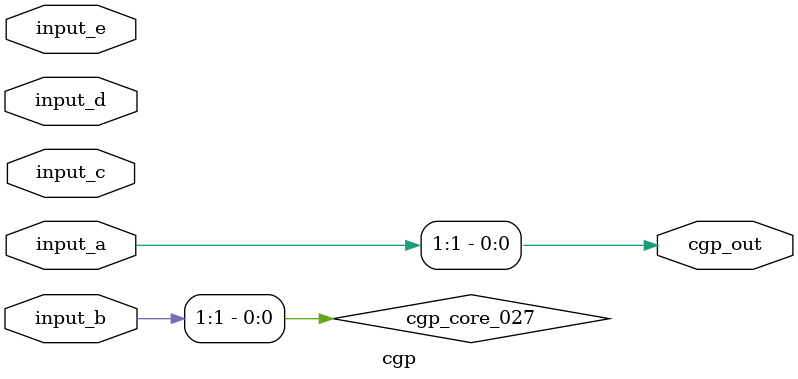
<source format=v>
module cgp(input [2:0] input_a, input [2:0] input_b, input [2:0] input_c, input [2:0] input_d, input [2:0] input_e, output [0:0] cgp_out);
  wire cgp_core_017;
  wire cgp_core_019;
  wire cgp_core_021;
  wire cgp_core_022;
  wire cgp_core_023;
  wire cgp_core_027;
  wire cgp_core_028;
  wire cgp_core_029;
  wire cgp_core_030;
  wire cgp_core_031;
  wire cgp_core_032;
  wire cgp_core_033;
  wire cgp_core_034;
  wire cgp_core_035;
  wire cgp_core_036;
  wire cgp_core_037;
  wire cgp_core_038;
  wire cgp_core_039;
  wire cgp_core_040;
  wire cgp_core_043;
  wire cgp_core_044;
  wire cgp_core_045;
  wire cgp_core_046;
  wire cgp_core_047;
  wire cgp_core_048;
  wire cgp_core_050;
  wire cgp_core_052;
  wire cgp_core_053;
  wire cgp_core_054;
  wire cgp_core_055;
  wire cgp_core_057;
  wire cgp_core_058;
  wire cgp_core_060;
  wire cgp_core_062;
  wire cgp_core_063;
  wire cgp_core_067;
  wire cgp_core_068;
  wire cgp_core_069;
  wire cgp_core_070;
  wire cgp_core_071;
  wire cgp_core_072;
  wire cgp_core_073;
  wire cgp_core_074;
  wire cgp_core_075;
  wire cgp_core_080;

  assign cgp_core_017 = input_a[0] ^ input_d[2];
  assign cgp_core_019 = input_a[1] | input_b[1];
  assign cgp_core_021 = ~(input_d[2] & input_a[2]);
  assign cgp_core_022 = ~(cgp_core_019 & input_e[1]);
  assign cgp_core_023 = input_a[1] & input_d[1];
  assign cgp_core_027 = input_b[1] & input_b[1];
  assign cgp_core_028 = input_a[2] | input_b[0];
  assign cgp_core_029 = input_d[0] ^ input_e[0];
  assign cgp_core_030 = input_c[2] & input_b[1];
  assign cgp_core_031 = input_d[1] & input_d[0];
  assign cgp_core_032 = input_c[2] | input_e[1];
  assign cgp_core_033 = input_c[1] ^ input_e[2];
  assign cgp_core_034 = ~(input_a[1] & cgp_core_030);
  assign cgp_core_035 = ~(input_e[0] & input_c[1]);
  assign cgp_core_036 = input_d[2] ^ input_d[0];
  assign cgp_core_037 = input_d[2] & input_e[2];
  assign cgp_core_038 = cgp_core_036 ^ input_b[1];
  assign cgp_core_039 = input_e[0] ^ input_b[1];
  assign cgp_core_040 = input_b[0] | cgp_core_039;
  assign cgp_core_043 = input_c[1] ^ cgp_core_033;
  assign cgp_core_044 = input_c[1] & cgp_core_033;
  assign cgp_core_045 = cgp_core_043 & input_c[0];
  assign cgp_core_046 = cgp_core_043 & input_d[0];
  assign cgp_core_047 = input_b[1] | cgp_core_046;
  assign cgp_core_048 = input_c[2] ^ input_d[1];
  assign cgp_core_050 = cgp_core_048 ^ cgp_core_047;
  assign cgp_core_052 = ~(input_b[0] ^ input_a[1]);
  assign cgp_core_053 = ~cgp_core_040;
  assign cgp_core_054 = cgp_core_040 & input_a[1];
  assign cgp_core_055 = ~(input_a[2] | input_a[2]);
  assign cgp_core_057 = ~input_c[1];
  assign cgp_core_058 = cgp_core_028 & cgp_core_057;
  assign cgp_core_060 = ~(cgp_core_028 ^ input_d[2]);
  assign cgp_core_062 = cgp_core_050 ^ cgp_core_050;
  assign cgp_core_063 = input_e[0] & cgp_core_062;
  assign cgp_core_067 = ~(cgp_core_045 & input_a[1]);
  assign cgp_core_068 = cgp_core_021 | input_d[1];
  assign cgp_core_069 = ~input_d[0];
  assign cgp_core_070 = ~(cgp_core_021 ^ cgp_core_045);
  assign cgp_core_071 = input_b[1] ^ input_a[2];
  assign cgp_core_072 = ~input_d[1];
  assign cgp_core_073 = cgp_core_017 & cgp_core_072;
  assign cgp_core_074 = input_a[0] & input_e[0];
  assign cgp_core_075 = ~(input_c[0] & input_e[2]);
  assign cgp_core_080 = input_d[0] & input_c[0];

  assign cgp_out[0] = input_a[1];
endmodule
</source>
